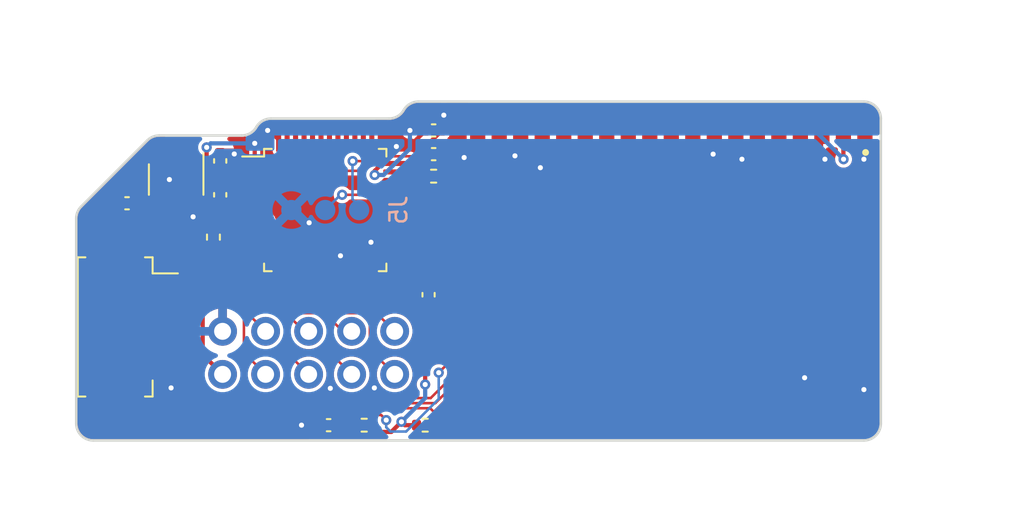
<source format=kicad_pcb>
(kicad_pcb (version 20241229) (generator "pcbnew") (generator_version "9.0")
  (layers (0 "F.Cu" signal) (2 "B.Cu" signal) (13 "F.Paste" user) (15 "B.Paste" user) (5 "F.SilkS" user "F.Silkscreen") (7 "B.SilkS" user "B.Silkscreen") (1 "F.Mask" user) (3 "B.Mask" user) (25 "Edge.Cuts" user))
  (net 0 "")
  (net 1 "Net-(U3-NRST)")
  (net 2 "Net-(U3-BOOT0)")
  (net 28 "GND")
  (net 29 "3V3")
  (net 30 "ESPEN")
  (net 31 "ESPRST")
  (net 32 "ESPRX")
  (net 35 "ESPTX")
  (net 36 "STMTX")
  (net 37 "STMRX")
  (net 38 "SWDIO")
  (net 39 "SWDCLK")
  (net 43 "5V")
  (net 68 "P0")
  (net 69 "P1")
  (net 70 "P2")
  (net 71 "P3")
  (net 72 "P4")
  (net 73 "P5")
  (net 74 "P6")
  (net 75 "P7")
  (footprint "Capacitor_SMD:C_0402_1005Metric" (layer "F.Cu") (at -37.5 -3)
    (property "Reference" "C2" (hide yes))
    (property "Value" "1uF")
    (fp_line (start -0.107836 -0.36) (end 0.107836 -0.36) (stroke (width 0.12)) (layer "F.SilkS"))
    (fp_line (start -0.107836 0.36) (end 0.107836 0.36) (stroke (width 0.12)) (layer "F.SilkS"))
    (pad "1" smd roundrect (at -0.48 0) (size 0.56 0.62) (layers "F.Cu" "F.Mask" "F.Paste") (net 43 "5V"))
    (pad "2" smd roundrect (at 0.48 0) (size 0.56 0.62) (layers "F.Cu" "F.Mask" "F.Paste") (net 28 "GND"))
  )
  (footprint "Capacitor_SMD:C_0402_1005Metric" (layer "F.Cu") (at -32 -3.5 -90)
    (property "Reference" "C3" (hide yes))
    (property "Value" "1uF")
    (fp_line (start -0.107836 0.36) (end 0.107836 0.36) (stroke (width 0.12)) (layer "F.SilkS"))
    (fp_line (start -0.107836 -0.36) (end 0.107836 -0.36) (stroke (width 0.12)) (layer "F.SilkS"))
    (pad "1" smd roundrect (at -0.48 0 270) (size 0.56 0.62) (layers "F.Cu" "F.Mask" "F.Paste") (net 29 "3V3"))
    (pad "2" smd roundrect (at 0.48 0 270) (size 0.56 0.62) (layers "F.Cu" "F.Mask" "F.Paste") (net 28 "GND"))
  )
  (footprint "Capacitor_SMD:C_0402_1005Metric" (layer "F.Cu") (at -19.7 2.4 -90)
    (property "Reference" "C5" (hide yes))
    (property "Value" "100nF")
    (fp_line (start -0.107836 0.36) (end 0.107836 0.36) (stroke (width 0.12)) (layer "F.SilkS"))
    (fp_line (start -0.107836 -0.36) (end 0.107836 -0.36) (stroke (width 0.12)) (layer "F.SilkS"))
    (pad "1" smd roundrect (at -0.48 0 270) (size 0.56 0.62) (layers "F.Cu" "F.Mask" "F.Paste") (net 29 "3V3"))
    (pad "2" smd roundrect (at 0.48 0 270) (size 0.56 0.62) (layers "F.Cu" "F.Mask" "F.Paste") (net 28 "GND"))
  )
  (footprint "Capacitor_SMD:C_0402_1005Metric" (layer "F.Cu") (at -32 -5.5 90)
    (property "Reference" "C8" (hide yes))
    (property "Value" "100nF")
    (fp_line (start -0.107836 -0.36) (end 0.107836 -0.36) (stroke (width 0.12)) (layer "F.SilkS"))
    (fp_line (start -0.107836 0.36) (end 0.107836 0.36) (stroke (width 0.12)) (layer "F.SilkS"))
    (pad "1" smd roundrect (at -0.48 0 90) (size 0.56 0.62) (layers "F.Cu" "F.Mask" "F.Paste") (net 29 "3V3"))
    (pad "2" smd roundrect (at 0.48 0 90) (size 0.56 0.62) (layers "F.Cu" "F.Mask" "F.Paste") (net 28 "GND"))
  )
  (footprint "Connector_PinHeader_2.54mm:PinHeader_2x05_P2.54mm_Vertical" (layer "F.Cu") (at -31.86 7.1 90)
    (property "Reference" "J1" (hide yes))
    (property "Value" "Conn_02x05_Odd_Even")
    (pad "1" thru_hole circle (at 0 0 90) (size 1.7 1.7) (drill 1) (layers "*.Cu" "*.Mask") (net 43 "5V"))
    (pad "2" thru_hole oval (at 2.54 0 90) (size 1.7 1.7) (drill 1) (layers "*.Cu" "*.Mask") (net 28 "GND"))
    (pad "3" thru_hole oval (at 0 2.54 90) (size 1.7 1.7) (drill 1) (layers "*.Cu" "*.Mask") (net 68 "P0"))
    (pad "4" thru_hole oval (at 2.54 2.54 90) (size 1.7 1.7) (drill 1) (layers "*.Cu" "*.Mask") (net 69 "P1"))
    (pad "5" thru_hole oval (at 0 5.08 90) (size 1.7 1.7) (drill 1) (layers "*.Cu" "*.Mask") (net 70 "P2"))
    (pad "6" thru_hole oval (at 2.54 5.08 90) (size 1.7 1.7) (drill 1) (layers "*.Cu" "*.Mask") (net 71 "P3"))
    (pad "7" thru_hole oval (at 0 7.62 90) (size 1.7 1.7) (drill 1) (layers "*.Cu" "*.Mask") (net 72 "P4"))
    (pad "8" thru_hole oval (at 2.54 7.62 90) (size 1.7 1.7) (drill 1) (layers "*.Cu" "*.Mask") (net 73 "P5"))
    (pad "9" thru_hole oval (at 0 10.16 90) (size 1.7 1.7) (drill 1) (layers "*.Cu" "*.Mask") (net 74 "P6"))
    (pad "10" thru_hole oval (at 2.54 10.16 90) (size 1.7 1.7) (drill 1) (layers "*.Cu" "*.Mask") (net 75 "P7"))
  )
  (footprint "Resistor_SMD:R_0402_1005Metric" (layer "F.Cu") (at -23.5 10.1 180)
    (property "Reference" "R5" (hide yes))
    (property "Value" "10k")
    (fp_line (start -0.153641 0.38) (end 0.153641 0.38) (stroke (width 0.12)) (layer "F.SilkS"))
    (fp_line (start -0.153641 -0.38) (end 0.153641 -0.38) (stroke (width 0.12)) (layer "F.SilkS"))
    (pad "1" smd roundrect (at -0.51 0 180) (size 0.54 0.64) (layers "F.Cu" "F.Mask" "F.Paste") (net 29 "3V3"))
    (pad "2" smd roundrect (at 0.51 0 180) (size 0.54 0.64) (layers "F.Cu" "F.Mask" "F.Paste") (net 30 "ESPEN"))
  )
  (footprint "Resistor_SMD:R_0402_1005Metric" (layer "F.Cu") (at -32.4 -1 -90)
    (property "Reference" "R6" (hide yes))
    (property "Value" "10k")
    (fp_line (start -0.153641 0.38) (end 0.153641 0.38) (stroke (width 0.12)) (layer "F.SilkS"))
    (fp_line (start -0.153641 -0.38) (end 0.153641 -0.38) (stroke (width 0.12)) (layer "F.SilkS"))
    (pad "1" smd roundrect (at -0.51 0 270) (size 0.54 0.64) (layers "F.Cu" "F.Mask" "F.Paste") (net 1 "Net-(U3-NRST)"))
    (pad "2" smd roundrect (at 0.51 0 270) (size 0.54 0.64) (layers "F.Cu" "F.Mask" "F.Paste") (net 29 "3V3"))
  )
  (footprint "Resistor_SMD:R_0402_1005Metric" (layer "F.Cu") (at -19.9 10.1)
    (property "Reference" "R11" (hide yes))
    (property "Value" "10k")
    (fp_line (start -0.153641 -0.38) (end 0.153641 -0.38) (stroke (width 0.12)) (layer "F.SilkS"))
    (fp_line (start -0.153641 0.38) (end 0.153641 0.38) (stroke (width 0.12)) (layer "F.SilkS"))
    (pad "1" smd roundrect (at -0.51 0) (size 0.54 0.64) (layers "F.Cu" "F.Mask" "F.Paste") (net 29 "3V3"))
    (pad "2" smd roundrect (at 0.51 0) (size 0.54 0.64) (layers "F.Cu" "F.Mask" "F.Paste") (net 31 "ESPRST"))
  )
  (footprint "Package_TO_SOT_SMD:SOT-23-5" (layer "F.Cu") (at -34.6 -4.4 -90)
    (property "Reference" "U2" (hide yes))
    (property "Value" "AP2112K-3.3")
    (fp_line (start -0.9 1.61) (end 0.9 1.61) (stroke (width 0.12)) (layer "F.SilkS"))
    (fp_line (start 0.9 -1.61) (end -1.55 -1.61) (stroke (width 0.12)) (layer "F.SilkS"))
    (pad "1" smd rect (at -1.1 -0.95 270) (size 1.06 0.65) (layers "F.Cu" "F.Mask" "F.Paste") (net 43 "5V"))
    (pad "2" smd rect (at -1.1 0 270) (size 1.06 0.65) (layers "F.Cu" "F.Mask" "F.Paste") (net 28 "GND"))
    (pad "3" smd rect (at -1.1 0.95 270) (size 1.06 0.65) (layers "F.Cu" "F.Mask" "F.Paste") (net 43 "5V"))
    (pad "4" smd rect (at 1.1 0.95 270) (size 1.06 0.65) (layers "F.Cu" "F.Mask" "F.Paste"))
    (pad "5" smd rect (at 1.1 -0.95 270) (size 1.06 0.65) (layers "F.Cu" "F.Mask" "F.Paste") (net 29 "3V3"))
  )
  (footprint "esp32-wrover:XCVR_ESP32-WROVER" (layer "F.Cu") (at -2.2 1 -90)
    (property "Reference" "U1" (hide yes))
    (property "Value" "ESP32-WROVER")
    (fp_circle (center -7 -8.3) (end -6.9 -8.3) (stroke (width 0.2)) (fill no) (layer "F.SilkS"))
    (pad "1" smd rect (at -8.500001 -8.26 270) (size 2 0.9) (layers "F.Cu" "F.Mask" "F.Paste") (net 28 "GND"))
    (pad "2" smd rect (at -8.5 -6.99 270) (size 2 0.9) (layers "F.Cu" "F.Mask" "F.Paste") (net 29 "3V3"))
    (pad "3" smd rect (at -8.5 -5.72 270) (size 2 0.9) (layers "F.Cu" "F.Mask" "F.Paste") (net 30 "ESPEN"))
    (pad "4" smd rect (at -8.5 -4.45 270) (size 2 0.9) (layers "F.Cu" "F.Mask" "F.Paste"))
    (pad "5" smd rect (at -8.5 -3.18 270) (size 2 0.9) (layers "F.Cu" "F.Mask" "F.Paste"))
    (pad "6" smd rect (at -8.500001 -1.91 270) (size 2 0.9) (layers "F.Cu" "F.Mask" "F.Paste"))
    (pad "7" smd rect (at -8.5 -0.64 270) (size 2 0.9) (layers "F.Cu" "F.Mask" "F.Paste") (net 36 "STMTX"))
    (pad "8" smd rect (at -8.5 0.63 270) (size 2 0.9) (layers "F.Cu" "F.Mask" "F.Paste"))
    (pad "9" smd rect (at -8.500001 1.9 270) (size 2 0.9) (layers "F.Cu" "F.Mask" "F.Paste"))
    (pad "10" smd rect (at -8.5 3.17 270) (size 2 0.9) (layers "F.Cu" "F.Mask" "F.Paste"))
    (pad "11" smd rect (at -8.500001 4.44 270) (size 2 0.9) (layers "F.Cu" "F.Mask" "F.Paste"))
    (pad "12" smd rect (at -8.5 5.71 270) (size 2 0.9) (layers "F.Cu" "F.Mask" "F.Paste"))
    (pad "13" smd rect (at -8.5 6.98 270) (size 2 0.9) (layers "F.Cu" "F.Mask" "F.Paste"))
    (pad "14" smd rect (at -8.500001 8.25 270) (size 2 0.9) (layers "F.Cu" "F.Mask" "F.Paste"))
    (pad "15" smd rect (at -8.5 9.52 270) (size 2 0.9) (layers "F.Cu" "F.Mask" "F.Paste") (net 28 "GND"))
    (pad "16" smd rect (at -8.5 10.79 270) (size 2 0.9) (layers "F.Cu" "F.Mask" "F.Paste") (net 37 "STMRX"))
    (pad "17" smd rect (at -8.5 12.06 270) (size 2 0.9) (layers "F.Cu" "F.Mask" "F.Paste"))
    (pad "18" smd rect (at -8.5 13.33 270) (size 2 0.9) (layers "F.Cu" "F.Mask" "F.Paste"))
    (pad "19" smd rect (at -8.500001 14.6 270) (size 2 0.9) (layers "F.Cu" "F.Mask" "F.Paste"))
    (pad "20" smd rect (at 8.5 14.600001 270) (size 2 0.9) (layers "F.Cu" "F.Mask" "F.Paste"))
    (pad "21" smd rect (at 8.499999 13.329999 270) (size 2 0.9) (layers "F.Cu" "F.Mask" "F.Paste"))
    (pad "22" smd rect (at 8.500001 12.059999 270) (size 2 0.9) (layers "F.Cu" "F.Mask" "F.Paste"))
    (pad "23" smd rect (at 8.5 10.79 270) (size 2 0.9) (layers "F.Cu" "F.Mask" "F.Paste"))
    (pad "24" smd rect (at 8.5 9.52 270) (size 2 0.9) (layers "F.Cu" "F.Mask" "F.Paste"))
    (pad "25" smd rect (at 8.500001 8.25 270) (size 2 0.9) (layers "F.Cu" "F.Mask" "F.Paste") (net 31 "ESPRST"))
    (pad "26" smd rect (at 8.5 6.98 270) (size 2 0.9) (layers "F.Cu" "F.Mask" "F.Paste"))
    (pad "27" smd rect (at 8.5 5.71 270) (size 2 0.9) (layers "F.Cu" "F.Mask" "F.Paste"))
    (pad "28" smd rect (at 8.500001 4.44 270) (size 2 0.9) (layers "F.Cu" "F.Mask" "F.Paste"))
    (pad "29" smd rect (at 8.5 3.17 270) (size 2 0.9) (layers "F.Cu" "F.Mask" "F.Paste"))
    (pad "30" smd rect (at 8.500001 1.9 270) (size 2 0.9) (layers "F.Cu" "F.Mask" "F.Paste"))
    (pad "31" smd rect (at 8.5 0.63 270) (size 2 0.9) (layers "F.Cu" "F.Mask" "F.Paste"))
    (pad "32" smd rect (at 8.5 -0.64 270) (size 2 0.9) (layers "F.Cu" "F.Mask" "F.Paste"))
    (pad "33" smd rect (at 8.500001 -1.91 270) (size 2 0.9) (layers "F.Cu" "F.Mask" "F.Paste"))
    (pad "34" smd rect (at 8.5 -3.18 270) (size 2 0.9) (layers "F.Cu" "F.Mask" "F.Paste") (net 32 "ESPRX"))
    (pad "35" smd rect (at 8.5 -4.45 270) (size 2 0.9) (layers "F.Cu" "F.Mask" "F.Paste") (net 35 "ESPTX"))
    (pad "36" smd rect (at 8.5 -5.72 270) (size 2 0.9) (layers "F.Cu" "F.Mask" "F.Paste"))
    (pad "37" smd rect (at 8.5 -6.99 270) (size 2 0.9) (layers "F.Cu" "F.Mask" "F.Paste"))
    (pad "38" smd rect (at 8.500001 -8.26 270) (size 2 0.9) (layers "F.Cu" "F.Mask" "F.Paste") (net 28 "GND"))
    (pad "39" smd rect (at -1 -0.76 270) (size 5 5) (layers "F.Cu" "F.Mask") (net 28 "GND"))
  )
  (footprint "Capacitor_SMD:C_0402_1005Metric" (layer "F.Cu") (at -19.4 -5.9)
    (property "Reference" "C9" (hide yes))
    (property "Value" "1uF")
    (fp_line (start -0.107836 -0.36) (end 0.107836 -0.36) (stroke (width 0.12)) (layer "F.SilkS"))
    (fp_line (start -0.107836 0.36) (end 0.107836 0.36) (stroke (width 0.12)) (layer "F.SilkS"))
    (pad "1" smd roundrect (at -0.48 0) (size 0.56 0.62) (layers "F.Cu" "F.Mask" "F.Paste") (net 29 "3V3"))
    (pad "2" smd roundrect (at 0.48 0) (size 0.56 0.62) (layers "F.Cu" "F.Mask" "F.Paste") (net 28 "GND"))
  )
  (footprint "Capacitor_SMD:C_0402_1005Metric" (layer "F.Cu") (at -19.4 -7.3 180)
    (property "Reference" "C10" (hide yes))
    (property "Value" "1uF")
    (fp_line (start -0.107836 0.36) (end 0.107836 0.36) (stroke (width 0.12)) (layer "F.SilkS"))
    (fp_line (start -0.107836 -0.36) (end 0.107836 -0.36) (stroke (width 0.12)) (layer "F.SilkS"))
    (pad "1" smd roundrect (at -0.48 0 180) (size 0.56 0.62) (layers "F.Cu" "F.Mask" "F.Paste") (net 29 "3V3"))
    (pad "2" smd roundrect (at 0.48 0 180) (size 0.56 0.62) (layers "F.Cu" "F.Mask" "F.Paste") (net 28 "GND"))
  )
  (footprint "Capacitor_SMD:C_0402_1005Metric" (layer "F.Cu") (at -25.6 10.1 180)
    (property "Reference" "C7" (hide yes))
    (property "Value" "1uF")
    (fp_line (start -0.107836 0.36) (end 0.107836 0.36) (stroke (width 0.12)) (layer "F.SilkS"))
    (fp_line (start -0.107836 -0.36) (end 0.107836 -0.36) (stroke (width 0.12)) (layer "F.SilkS"))
    (pad "1" smd roundrect (at -0.48 0 180) (size 0.56 0.62) (layers "F.Cu" "F.Mask" "F.Paste") (net 30 "ESPEN"))
    (pad "2" smd roundrect (at 0.48 0 180) (size 0.56 0.62) (layers "F.Cu" "F.Mask" "F.Paste") (net 28 "GND"))
  )
  (footprint "Resistor_SMD:R_0402_1005Metric" (layer "F.Cu") (at -19.4 -4.6)
    (property "Reference" "R7" (hide yes))
    (property "Value" "10k")
    (fp_line (start -0.153641 -0.38) (end 0.153641 -0.38) (stroke (width 0.12)) (layer "F.SilkS"))
    (fp_line (start -0.153641 0.38) (end 0.153641 0.38) (stroke (width 0.12)) (layer "F.SilkS"))
    (pad "1" smd roundrect (at -0.51 0) (size 0.54 0.64) (layers "F.Cu" "F.Mask" "F.Paste") (net 2 "Net-(U3-BOOT0)"))
    (pad "2" smd roundrect (at 0.51 0) (size 0.54 0.64) (layers "F.Cu" "F.Mask" "F.Paste") (net 28 "GND"))
  )
  (footprint "Package_QFP:LQFP-48_7x7mm_P0.5mm" (layer "F.Cu") (at -25.8 -2.6)
    (property "Reference" "U3" (hide yes))
    (property "Value" "STM32F030C8Tx")
    (fp_line (start -3.61 -3.61) (end -3.61 -3.16) (stroke (width 0.12)) (layer "F.SilkS"))
    (fp_line (start -3.61 -3.16) (end -4.9 -3.16) (stroke (width 0.12)) (layer "F.SilkS"))
    (fp_line (start -3.61 3.61) (end -3.61 3.16) (stroke (width 0.12)) (layer "F.SilkS"))
    (fp_line (start -3.16 -3.61) (end -3.61 -3.61) (stroke (width 0.12)) (layer "F.SilkS"))
    (fp_line (start -3.16 3.61) (end -3.61 3.61) (stroke (width 0.12)) (layer "F.SilkS"))
    (fp_line (start 3.16 -3.61) (end 3.61 -3.61) (stroke (width 0.12)) (layer "F.SilkS"))
    (fp_line (start 3.16 3.61) (end 3.61 3.61) (stroke (width 0.12)) (layer "F.SilkS"))
    (fp_line (start 3.61 -3.61) (end 3.61 -3.16) (stroke (width 0.12)) (layer "F.SilkS"))
    (fp_line (start 3.61 3.61) (end 3.61 3.16) (stroke (width 0.12)) (layer "F.SilkS"))
    (pad "1" smd roundrect (at -4.1625 -2.75) (size 1.475 0.3) (layers "F.Cu" "F.Mask" "F.Paste") (net 29 "3V3"))
    (pad "2" smd roundrect (at -4.1625 -2.25) (size 1.475 0.3) (layers "F.Cu" "F.Mask" "F.Paste"))
    (pad "3" smd roundrect (at -4.1625 -1.75) (size 1.475 0.3) (layers "F.Cu" "F.Mask" "F.Paste"))
    (pad "4" smd roundrect (at -4.1625 -1.25) (size 1.475 0.3) (layers "F.Cu" "F.Mask" "F.Paste"))
    (pad "5" smd roundrect (at -4.1625 -0.75) (size 1.475 0.3) (layers "F.Cu" "F.Mask" "F.Paste"))
    (pad "6" smd roundrect (at -4.1625 -0.25) (size 1.475 0.3) (layers "F.Cu" "F.Mask" "F.Paste"))
    (pad "7" smd roundrect (at -4.1625 0.25) (size 1.475 0.3) (layers "F.Cu" "F.Mask" "F.Paste") (net 1 "Net-(U3-NRST)"))
    (pad "8" smd roundrect (at -4.1625 0.75) (size 1.475 0.3) (layers "F.Cu" "F.Mask" "F.Paste") (net 28 "GND"))
    (pad "9" smd roundrect (at -4.1625 1.25) (size 1.475 0.3) (layers "F.Cu" "F.Mask" "F.Paste") (net 29 "3V3"))
    (pad "10" smd roundrect (at -4.1625 1.75) (size 1.475 0.3) (layers "F.Cu" "F.Mask" "F.Paste") (net 68 "P0"))
    (pad "11" smd roundrect (at -4.1625 2.25) (size 1.475 0.3) (layers "F.Cu" "F.Mask" "F.Paste") (net 69 "P1"))
    (pad "12" smd roundrect (at -4.1625 2.75) (size 1.475 0.3) (layers "F.Cu" "F.Mask" "F.Paste") (net 70 "P2"))
    (pad "13" smd roundrect (at -2.75 4.1625) (size 0.3 1.475) (layers "F.Cu" "F.Mask" "F.Paste") (net 71 "P3"))
    (pad "14" smd roundrect (at -2.25 4.1625) (size 0.3 1.475) (layers "F.Cu" "F.Mask" "F.Paste") (net 72 "P4"))
    (pad "15" smd roundrect (at -1.75 4.1625) (size 0.3 1.475) (layers "F.Cu" "F.Mask" "F.Paste") (net 73 "P5"))
    (pad "16" smd roundrect (at -1.25 4.1625) (size 0.3 1.475) (layers "F.Cu" "F.Mask" "F.Paste") (net 74 "P6"))
    (pad "17" smd roundrect (at -0.75 4.1625) (size 0.3 1.475) (layers "F.Cu" "F.Mask" "F.Paste") (net 75 "P7"))
    (pad "18" smd roundrect (at -0.25 4.1625) (size 0.3 1.475) (layers "F.Cu" "F.Mask" "F.Paste"))
    (pad "19" smd roundrect (at 0.25 4.1625) (size 0.3 1.475) (layers "F.Cu" "F.Mask" "F.Paste"))
    (pad "20" smd roundrect (at 0.75 4.1625) (size 0.3 1.475) (layers "F.Cu" "F.Mask" "F.Paste"))
    (pad "21" smd roundrect (at 1.25 4.1625) (size 0.3 1.475) (layers "F.Cu" "F.Mask" "F.Paste"))
    (pad "22" smd roundrect (at 1.75 4.1625) (size 0.3 1.475) (layers "F.Cu" "F.Mask" "F.Paste"))
    (pad "23" smd roundrect (at 2.25 4.1625) (size 0.3 1.475) (layers "F.Cu" "F.Mask" "F.Paste") (net 28 "GND"))
    (pad "24" smd roundrect (at 2.75 4.1625) (size 0.3 1.475) (layers "F.Cu" "F.Mask" "F.Paste") (net 29 "3V3"))
    (pad "25" smd roundrect (at 4.1625 2.75) (size 1.475 0.3) (layers "F.Cu" "F.Mask" "F.Paste"))
    (pad "26" smd roundrect (at 4.1625 2.25) (size 1.475 0.3) (layers "F.Cu" "F.Mask" "F.Paste"))
    (pad "27" smd roundrect (at 4.1625 1.75) (size 1.475 0.3) (layers "F.Cu" "F.Mask" "F.Paste"))
    (pad "28" smd roundrect (at 4.1625 1.25) (size 1.475 0.3) (layers "F.Cu" "F.Mask" "F.Paste"))
    (pad "29" smd roundrect (at 4.1625 0.75) (size 1.475 0.3) (layers "F.Cu" "F.Mask" "F.Paste"))
    (pad "30" smd roundrect (at 4.1625 0.25) (size 1.475 0.3) (layers "F.Cu" "F.Mask" "F.Paste") (net 36 "STMTX"))
    (pad "31" smd roundrect (at 4.1625 -0.25) (size 1.475 0.3) (layers "F.Cu" "F.Mask" "F.Paste") (net 37 "STMRX"))
    (pad "32" smd roundrect (at 4.1625 -0.75) (size 1.475 0.3) (layers "F.Cu" "F.Mask" "F.Paste"))
    (pad "33" smd roundrect (at 4.1625 -1.25) (size 1.475 0.3) (layers "F.Cu" "F.Mask" "F.Paste"))
    (pad "34" smd roundrect (at 4.1625 -1.75) (size 1.475 0.3) (layers "F.Cu" "F.Mask" "F.Paste") (net 38 "SWDIO"))
    (pad "35" smd roundrect (at 4.1625 -2.25) (size 1.475 0.3) (layers "F.Cu" "F.Mask" "F.Paste") (net 28 "GND"))
    (pad "36" smd roundrect (at 4.1625 -2.75) (size 1.475 0.3) (layers "F.Cu" "F.Mask" "F.Paste") (net 29 "3V3"))
    (pad "37" smd roundrect (at 2.75 -4.1625) (size 0.3 1.475) (layers "F.Cu" "F.Mask" "F.Paste") (net 39 "SWDCLK"))
    (pad "38" smd roundrect (at 2.25 -4.1625) (size 0.3 1.475) (layers "F.Cu" "F.Mask" "F.Paste"))
    (pad "39" smd roundrect (at 1.75 -4.1625) (size 0.3 1.475) (layers "F.Cu" "F.Mask" "F.Paste"))
    (pad "40" smd roundrect (at 1.25 -4.1625) (size 0.3 1.475) (layers "F.Cu" "F.Mask" "F.Paste"))
    (pad "41" smd roundrect (at 0.75 -4.1625) (size 0.3 1.475) (layers "F.Cu" "F.Mask" "F.Paste"))
    (pad "42" smd roundrect (at 0.25 -4.1625) (size 0.3 1.475) (layers "F.Cu" "F.Mask" "F.Paste"))
    (pad "43" smd roundrect (at -0.25 -4.1625) (size 0.3 1.475) (layers "F.Cu" "F.Mask" "F.Paste"))
    (pad "44" smd roundrect (at -0.75 -4.1625) (size 0.3 1.475) (layers "F.Cu" "F.Mask" "F.Paste") (net 2 "Net-(U3-BOOT0)"))
    (pad "45" smd roundrect (at -1.25 -4.1625) (size 0.3 1.475) (layers "F.Cu" "F.Mask" "F.Paste"))
    (pad "46" smd roundrect (at -1.75 -4.1625) (size 0.3 1.475) (layers "F.Cu" "F.Mask" "F.Paste"))
    (pad "47" smd roundrect (at -2.25 -4.1625) (size 0.3 1.475) (layers "F.Cu" "F.Mask" "F.Paste") (net 28 "GND"))
    (pad "48" smd roundrect (at -2.75 -4.1625) (size 0.3 1.475) (layers "F.Cu" "F.Mask" "F.Paste") (net 29 "3V3"))
  )
  (footprint "Connector_Molex:Molex_PicoBlade_53261-0571_1x05-1MP_P1.25mm_Horizontal" (layer "F.Cu") (at -37.7 4.3 -90)
    (property "Reference" "J2" (hide yes))
    (property "Value" "Conn_01x05_Male")
    (fp_line (start -4.11 2.71) (end 4.11 2.71) (stroke (width 0.12)) (layer "F.SilkS"))
    (fp_line (start 4.11 2.71) (end 4.11 2.26) (stroke (width 0.12)) (layer "F.SilkS"))
    (fp_line (start -4.11 2.26) (end -4.11 2.71) (stroke (width 0.12)) (layer "F.SilkS"))
    (fp_line (start -4.11 -1.26) (end -4.11 -1.71) (stroke (width 0.12)) (layer "F.SilkS"))
    (fp_line (start 4.11 -1.26) (end 4.11 -1.71) (stroke (width 0.12)) (layer "F.SilkS"))
    (fp_line (start -4.11 -1.71) (end -3.16 -1.71) (stroke (width 0.12)) (layer "F.SilkS"))
    (fp_line (start -3.16 -1.71) (end -3.16 -3.2) (stroke (width 0.12)) (layer "F.SilkS"))
    (fp_line (start 4.11 -1.71) (end 3.16 -1.71) (stroke (width 0.12)) (layer "F.SilkS"))
    (pad "1" smd roundrect (at -2.5 -2.4 270) (size 0.8 1.6) (layers "F.Cu" "F.Mask" "F.Paste") (net 35 "ESPTX"))
    (pad "2" smd roundrect (at -1.25 -2.4 270) (size 0.8 1.6) (layers "F.Cu" "F.Mask" "F.Paste") (net 32 "ESPRX"))
    (pad "3" smd roundrect (at 0 -2.4 270) (size 0.8 1.6) (layers "F.Cu" "F.Mask" "F.Paste") (net 30 "ESPEN"))
    (pad "4" smd roundrect (at 1.25 -2.4 270) (size 0.8 1.6) (layers "F.Cu" "F.Mask" "F.Paste") (net 31 "ESPRST"))
    (pad "5" smd roundrect (at 2.5 -2.4 270) (size 0.8 1.6) (layers "F.Cu" "F.Mask" "F.Paste") (net 28 "GND"))
    (pad "MP" smd roundrect (at -5.05 0.5 270) (size 2.1 3) (layers "F.Cu" "F.Mask" "F.Paste") (roundrect_rratio 0.119047619))
    (pad "MP" smd roundrect (at 5.05 0.5 270) (size 2.1 3) (layers "F.Cu" "F.Mask" "F.Paste") (roundrect_rratio 0.119047619))
  )
  (footprint "Connector_PinHeader_2.54mm:PinHeader_1x03_P2.54mm_Vertical" (layer "B.Cu") (at -23.8 -2.6 90)
    (property "Reference" "J5" (at 0 2.33 90) (layer "B.SilkS") (effects (justify mirror)))
    (property "Value" "Conn_01x03_Male")
    (pad "1" smd circle (at 0 0 90) (size 1.2 1.2) (layers "B.Cu" "B.Mask" "B.Paste") (net 39 "SWDCLK"))
    (pad "2" smd circle (at 0 -2 90) (size 1.2 1.2) (layers "B.Cu" "B.Mask" "B.Paste") (net 38 "SWDIO"))
    (pad "3" smd circle (at 0 -4 90) (size 1.2 1.2) (layers "B.Cu" "B.Mask" "B.Paste") (net 28 "GND"))
  )
  (gr_line (start 6 11) (end -39.5 11) (stroke (width 0.15)) (layer "Edge.Cuts"))
  (gr_arc (start 6 -9) (mid 6.707107 -8.707107) (end 7 -8) (stroke (width 0.15)) (layer "Edge.Cuts"))
  (gr_arc (start -21.166025 -8.5) (mid -20.8 -8.866025) (end -20.3 -9) (stroke (width 0.15)) (layer "Edge.Cuts"))
  (gr_arc (start -39.5 11) (mid -40.207107 10.707107) (end -40.5 10) (stroke (width 0.15)) (layer "Edge.Cuts"))
  (gr_line (start 7 -8) (end 7 10) (stroke (width 0.15)) (layer "Edge.Cuts"))
  (gr_arc (start -21.166025 -8.5) (mid -21.53205 -8.133975) (end -22.03205 -8) (stroke (width 0.15)) (layer "Edge.Cuts"))
  (gr_arc (start -29.866025 -7.5) (mid -29.5 -7.866025) (end -29 -8) (stroke (width 0.15)) (layer "Edge.Cuts"))
  (gr_arc (start -29.866025 -7.5) (mid -30.23205 -7.133975) (end -30.73205 -7) (stroke (width 0.15)) (layer "Edge.Cuts"))
  (gr_arc (start -36.307107 -6.707107) (mid -35.982684 -6.92388) (end -35.6 -7) (stroke (width 0.15)) (layer "Edge.Cuts"))
  (gr_arc (start -40.5 -2.1) (mid -40.42388 -2.482683) (end -40.207107 -2.807107) (stroke (width 0.15)) (layer "Edge.Cuts"))
  (gr_arc (start 7 10) (mid 6.707107 10.707107) (end 6 11) (stroke (width 0.15)) (layer "Edge.Cuts"))
  (gr_line (start -30.73205 -7) (end -35.6 -7) (stroke (width 0.15)) (layer "Edge.Cuts"))
  (gr_line (start -36.307107 -6.707107) (end -40.207107 -2.807107) (stroke (width 0.15)) (layer "Edge.Cuts"))
  (gr_line (start -40.5 10) (end -40.5 -2.1) (stroke (width 0.15)) (layer "Edge.Cuts"))
  (gr_line (start -22.03205 -8) (end -29 -8) (stroke (width 0.15)) (layer "Edge.Cuts"))
  (gr_line (start -20.3 -9) (end 6 -9) (stroke (width 0.15)) (layer "Edge.Cuts"))
  (segment (start -29.9625 -2.35) (end -30.95 -2.35) (width 0.15) (layer "F.Cu") (net 1))
  (segment (start -31.79 -1.51) (end -32.4 -1.51) (width 0.15) (layer "F.Cu") (net 1))
  (segment (start -30.95 -2.35) (end -31.79 -1.51) (width 0.15) (layer "F.Cu") (net 1))
  (segment (start -32.24 -1.51) (end -32.4 -1.51) (width 0.15) (layer "F.Cu") (net 1))
  (segment (start -19.91 -4.92) (end -20.76501 -5.77501) (width 0.15) (layer "F.Cu") (net 2))
  (segment (start -20.76501 -5.77501) (end -22.60499 -5.77501) (width 0.15) (layer "F.Cu") (net 2))
  (segment (start -23.465001 -4.914999) (end -25.439999 -4.914999) (width 0.15) (layer "F.Cu") (net 2))
  (segment (start -19.91 -4.6) (end -19.91 -4.92) (width 0.15) (layer "F.Cu") (net 2))
  (segment (start -25.439999 -4.914999) (end -26.55 -6.025) (width 0.15) (layer "F.Cu") (net 2))
  (segment (start -26.55 -6.025) (end -26.55 -6.7625) (width 0.15) (layer "F.Cu") (net 2))
  (segment (start -22.60499 -5.77501) (end -23.465001 -4.914999) (width 0.15) (layer "F.Cu") (net 2))
  (segment (start -26.75 -1.85) (end -29.9625 -1.85) (width 0.25) (layer "F.Cu") (net 28))
  (segment (start -28.05 -6.7625) (end -28.05 -5.65) (width 0.25) (layer "F.Cu") (net 28))
  (segment (start -28.05 -4.95) (end -28.05 -3.15) (width 0.25) (layer "F.Cu") (net 28))
  (segment (start -23.55 0.759298) (end -24.209298 0.1) (width 0.25) (layer "F.Cu") (net 28))
  (segment (start -28.05 -3.15) (end -26.75 -1.85) (width 0.25) (layer "F.Cu") (net 28))
  (segment (start -24.209298 0.1) (end -24.9 0.1) (width 0.25) (layer "F.Cu") (net 28))
  (segment (start -26.159298 -1.85) (end -26.75 -1.85) (width 0.25) (layer "F.Cu") (net 28))
  (segment (start -28.05 -5.65) (end -28.05 -4.95) (width 0.25) (layer "F.Cu") (net 28))
  (segment (start -23.55 1.5625) (end -23.55 0.759298) (width 0.25) (layer "F.Cu") (net 28))
  (segment (start -36.365 -3.965) (end -35.93 -4.4) (width 0.25) (layer "F.Cu") (net 28))
  (segment (start -32.496964 -3.02) (end -33.316964 -2.2) (width 0.25) (layer "F.Cu") (net 28))
  (segment (start -18.89 -3.76) (end -18.89 -4.6) (width 0.25) (layer "F.Cu") (net 28))
  (segment (start -33.316964 -2.2) (end -33.6 -2.2) (width 0.25) (layer "F.Cu") (net 28))
  (segment (start -19.11 -3.54) (end -18.89 -3.76) (width 0.25) (layer "F.Cu") (net 28))
  (segment (start -35.93 -4.4) (end -35 -4.4) (width 0.25) (layer "F.Cu") (net 28))
  (segment (start -32 -3.02) (end -32.496964 -3.02) (width 0.25) (layer "F.Cu") (net 28))
  (segment (start -37.02 -3) (end -37.02 -3.31) (width 0.25) (layer "F.Cu") (net 28))
  (segment (start -17.8 -5.9) (end -17.6 -5.7) (width 0.25) (layer "F.Cu") (net 28))
  (segment (start -35.890002 -2.2) (end -36.365 -2.674998) (width 0.25) (layer "F.Cu") (net 28))
  (segment (start -21.6375 -4.85) (end -20.834298 -4.85) (width 0.25) (layer "F.Cu") (net 28))
  (segment (start -35.3 7.5) (end -34.9 7.9) (width 0.25) (layer "F.Cu") (net 28))
  (segment (start -26.1 10.1) (end -27.2 10.1) (width 0.25) (layer "F.Cu") (net 28))
  (segment (start -19.95499 2.62501) (end -23.290692 2.62501) (width 0.25) (layer "F.Cu") (net 28))
  (segment (start -19.7 2.88) (end -19.95499 2.62501) (width 0.25) (layer "F.Cu") (net 28))
  (segment (start -18.92 -5.9) (end -17.8 -5.9) (width 0.25) (layer "F.Cu") (net 28))
  (segment (start -19.88 -7.3) (end -20.82998 -6.35002) (width 0.25) (layer "F.Cu") (net 28))
  (segment (start -23.290692 2.62501) (end -23.55 2.365702) (width 0.25) (layer "F.Cu") (net 28))
  (segment (start -35.3 6.8) (end -35.3 7.5) (width 0.25) (layer "F.Cu") (net 28))
  (segment (start -33.6 -2.2) (end -35.890002 -2.2) (width 0.25) (layer "F.Cu") (net 28))
  (segment (start 6.06 8.06) (end 6 8) (width 0.25) (layer "F.Cu") (net 28))
  (segment (start -37.02 -3.31) (end -36.365 -3.965) (width 0.25) (layer "F.Cu") (net 28))
  (segment (start -20.50501 -4.224456) (end -19.820554 -3.54) (width 0.25) (layer "F.Cu") (net 28))
  (segment (start -20.82998 -6.35002) (end -21.6 -6.35002) (width 0.25) (layer "F.Cu") (net 28))
  (segment (start -23.55 2.365702) (end -23.55 1.5625) (width 0.25) (layer "F.Cu") (net 28))
  (segment (start -19.820554 -3.54) (end -19.11 -3.54) (width 0.25) (layer "F.Cu") (net 28))
  (segment (start -36.365 -2.674998) (end -36.365 -3.965) (width 0.25) (layer "F.Cu") (net 28))
  (segment (start 6.06 9.500001) (end 6.06 8.06) (width 0.25) (layer "F.Cu") (net 28))
  (segment (start -20.50501 -4.520712) (end -20.50501 -4.224456) (width 0.25) (layer "F.Cu") (net 28))
  (segment (start -20.834298 -4.85) (end -20.50501 -4.520712) (width 0.25) (layer "F.Cu") (net 28))
  (via (at 2.5 7.3) (size 0.6) (drill 0.3) (layers "F.Cu" "B.Cu") (net 28))
  (via (at 3.7 -5.6) (size 0.6) (drill 0.3) (layers "F.Cu" "B.Cu") (net 28))
  (via (at 6 -5.6) (size 0.6) (drill 0.3) (layers "F.Cu" "B.Cu") (net 28))
  (via (at -1.2 -5.6) (size 0.6) (drill 0.3) (layers "F.Cu" "B.Cu") (net 28))
  (via (at -2.9 -5.9) (size 0.6) (drill 0.3) (layers "F.Cu" "B.Cu") (net 28))
  (via (at -14.6 -5.8) (size 0.6) (drill 0.3) (layers "F.Cu" "B.Cu") (net 28))
  (via (at -13.1 -5.1) (size 0.6) (drill 0.3) (layers "F.Cu" "B.Cu") (net 28))
  (via (at -22.9 7.9) (size 0.6) (drill 0.3) (layers "F.Cu" "B.Cu") (net 28))
  (via (at -35 -4.4) (size 0.6) (drill 0.3) (layers "F.Cu" "B.Cu") (net 28))
  (via (at -33.6 -2.2) (size 0.6) (drill 0.3) (layers "F.Cu" "B.Cu") (net 28))
  (via (at -26.75 -1.85) (size 0.6) (drill 0.3) (layers "F.Cu" "B.Cu") (net 28))
  (via (at -23.1 -0.7) (size 0.6) (drill 0.3) (layers "F.Cu" "B.Cu") (net 28))
  (via (at -24.9 0.1) (size 0.6) (drill 0.3) (layers "F.Cu" "B.Cu") (net 28))
  (via (at -31.17 -5.91) (size 0.6) (drill 0.3) (layers "F.Cu" "B.Cu") (net 28))
  (via (at -17.6 -5.7) (size 0.6) (drill 0.3) (layers "F.Cu" "B.Cu") (net 28))
  (via (at -21.6 -6.35002) (size 0.6) (drill 0.3) (layers "F.Cu" "B.Cu") (net 28))
  (via (at -25.5 7.924989) (size 0.6) (drill 0.3) (layers "F.Cu" "B.Cu") (net 28))
  (via (at -27.2 10.1) (size 0.6) (drill 0.3) (layers "F.Cu" "B.Cu") (net 28))
  (via (at -34.9 7.9) (size 0.6) (drill 0.3) (layers "F.Cu" "B.Cu") (net 28))
  (via (at 6 8) (size 0.6) (drill 0.3) (layers "F.Cu" "B.Cu") (net 28))
  (segment (start -27.8 -2.6) (end -27.5 -2.6) (width 0.25) (layer "B.Cu") (net 28))
  (segment (start -27.5 -2.6) (end -26.75 -1.85) (width 0.25) (layer "B.Cu") (net 28))
  (segment (start -27.2 9.624989) (end -27.2 10.1) (width 0.25) (layer "B.Cu") (net 28))
  (segment (start -25.5 7.924989) (end -27.2 9.624989) (width 0.25) (layer "B.Cu") (net 28))
  (segment (start -24.3 -0.7) (end -28.054649 -0.7) (width 0.25) (layer "F.Cu") (net 29))
  (segment (start -23.05 1.5625) (end -23.05 0.55) (width 0.25) (layer "F.Cu") (net 29))
  (segment (start -23.05 0.55) (end -24.3 -0.7) (width 0.25) (layer "F.Cu") (net 29))
  (segment (start -28.054649 -0.7) (end -28.704649 -1.35) (width 0.25) (layer "F.Cu") (net 29))
  (segment (start -28.704649 -1.35) (end -29.9625 -1.35) (width 0.25) (layer "F.Cu") (net 29))
  (segment (start -32.4 -0.49) (end -32.2 -0.49) (width 0.25) (layer "F.Cu") (net 29))
  (segment (start -31.89499 -2.10501) (end -31.1 -2.9) (width 0.25) (layer "F.Cu") (net 29))
  (segment (start -31.18 -3.98) (end -31.1 -3.9) (width 0.25) (layer "F.Cu") (net 29))
  (segment (start -33.1 -3.5) (end -33.45 -3.5) (width 0.25) (layer "F.Cu") (net 29))
  (segment (start -32.775544 -2.10501) (end -31.89499 -2.10501) (width 0.25) (layer "F.Cu") (net 29))
  (segment (start -31.34 -1.35) (end -29.9625 -1.35) (width 0.25) (layer "F.Cu") (net 29))
  (segment (start -18.8 3.6) (end -18.8 2.2) (width 0.25) (layer "F.Cu") (net 29))
  (segment (start -19.08 1.92) (end -19.7 1.92) (width 0.25) (layer "F.Cu") (net 29))
  (segment (start -31.12 -5.02) (end -31.1 -5) (width 0.25) (layer "F.Cu") (net 29))
  (segment (start -32.399976 -0.49) (end -32.4 -0.49) (width 0.25) (layer "F.Cu") (net 29))
  (segment (start -32.1 -3.88) (end -32 -3.98) (width 0.25) (layer "F.Cu") (net 29))
  (segment (start -32.8 -6.3) (end -32.8 -4.909998) (width 0.25) (layer "F.Cu") (net 29))
  (segment (start -31.1 -5) (end -31.1 -5.1) (width 0.25) (layer "F.Cu") (net 29))
  (segment (start -22.59 10.5) (end -21.899998 10.5) (width 0.25) (layer "F.Cu") (net 29))
  (segment (start -21.2 1.6) (end -23.0125 1.6) (width 0.25) (layer "F.Cu") (net 29))
  (segment (start -32.4 -0.49) (end -32.89 -0.49) (width 0.25) (layer "F.Cu") (net 29))
  (segment (start -22.88 -4.910702) (end -22.88 -4.67) (width 0.25) (layer "F.Cu") (net 29))
  (segment (start 4.79 -5.61) (end 4.8 -5.6) (width 0.25) (layer "F.Cu") (net 29))
  (segment (start -32 -5.02) (end -31.12 -5.02) (width 0.25) (layer "F.Cu") (net 29))
  (segment (start -29.9625 -6.5375) (end -29.2 -7.3) (width 0.25) (layer "F.Cu") (net 29))
  (segment (start -33.2 -1.680554) (end -32.775544 -2.10501) (width 0.25) (layer "F.Cu") (net 29))
  (segment (start -29.0875 -7.3) (end -28.55 -6.7625) (width 0.25) (layer "F.Cu") (net 29))
  (segment (start -21.100002 10.1) (end -21.3 9.900002) (width 0.25) (layer "F.Cu") (net 29))
  (segment (start -32.8 -4.909998) (end -33.65 -4.059998) (width 0.25) (layer "F.Cu") (net 29))
  (segment (start -22.99 10.1) (end -22.59 10.5) (width 0.25) (layer "F.Cu") (net 29))
  (segment (start -29.2 -7.3) (end -29.0875 -7.3) (width 0.25) (layer "F.Cu") (net 29))
  (segment (start -32.2 -0.49) (end -31.34 -1.35) (width 0.25) (layer "F.Cu") (net 29))
  (segment (start -29.9625 -5.35) (end -30.85 -5.35) (width 0.25) (layer "F.Cu") (net 29))
  (segment (start -33.45 -3.5) (end -33.65 -3.3) (width 0.25) (layer "F.Cu") (net 29))
  (segment (start -20.41 10.1) (end -21.100002 10.1) (width 0.25) (layer "F.Cu") (net 29))
  (segment (start -21.899998 10.5) (end -21.3 9.900002) (width 0.25) (layer "F.Cu") (net 29))
  (segment (start -19.9 7.7) (end -19.9 4.7) (width 0.25) (layer "F.Cu") (net 29))
  (segment (start -29.9625 -5.35) (end -29.9625 -6.5375) (width 0.25) (layer "F.Cu") (net 29))
  (segment (start -32.2 -3.88) (end -32.1 -3.88) (width 0.25) (layer "F.Cu") (net 29))
  (segment (start -32 -3.98) (end -31.18 -3.98) (width 0.25) (layer "F.Cu") (net 29))
  (segment (start -19.88 -6.332374) (end -18.92 -7.292374) (width 0.25) (layer "F.Cu") (net 29))
  (segment (start -23.0125 1.6) (end -23.05 1.5625) (width 0.25) (layer "F.Cu") (net 29))
  (segment (start 4.79 -7.5) (end 4.79 -5.61) (width 0.25) (layer "F.Cu") (net 29))
  (segment (start -33.2 -0.8) (end -33.2 -1.680554) (width 0.25) (layer "F.Cu") (net 29))
  (segment (start -32.62 -3.98) (end -33.1 -3.5) (width 0.25) (layer "F.Cu") (net 29))
  (segment (start -19.88 -5.9) (end -19.88 -6.332374) (width 0.25) (layer "F.Cu") (net 29))
  (segment (start -20.88 1.92) (end -21.2 1.6) (width 0.25) (layer "F.Cu") (net 29))
  (segment (start -18.8 2.2) (end -19.08 1.92) (width 0.25) (layer "F.Cu") (net 29))
  (segment (start -19.9 4.7) (end -18.8 3.6) (width 0.25) (layer "F.Cu") (net 29))
  (segment (start -18.92 -7.3) (end -18.92 -8.08) (width 0.25) (layer "F.Cu") (net 29))
  (segment (start -22.440702 -5.35) (end -22.88 -4.910702) (width 0.25) (layer "F.Cu") (net 29))
  (segment (start -33.65 -4.059998) (end -33.65 -3.3) (width 0.25) (layer "F.Cu") (net 29))
  (segment (start -31.1 -2.9) (end -31.1 -3.9) (width 0.25) (layer "F.Cu") (net 29))
  (segment (start -32.89 -0.49) (end -33.2 -0.8) (width 0.25) (layer "F.Cu") (net 29))
  (segment (start -20.3 -8) (end -20.8 -7.5) (width 0.25) (layer "F.Cu") (net 29))
  (segment (start -19 -8) (end -20.3 -8) (width 0.25) (layer "F.Cu") (net 29))
  (segment (start -19.7 1.92) (end -20.88 1.92) (width 0.25) (layer "F.Cu") (net 29))
  (segment (start -31.1 -3.9) (end -31.1 -5) (width 0.25) (layer "F.Cu") (net 29))
  (segment (start -18.92 -7.292374) (end -18.92 -7.3) (width 0.25) (layer "F.Cu") (net 29))
  (segment (start -32 -3.98) (end -32.62 -3.98) (width 0.25) (layer "F.Cu") (net 29))
  (segment (start -21.6375 -5.35) (end -22.440702 -5.35) (width 0.25) (layer "F.Cu") (net 29))
  (segment (start -30.85 -5.35) (end -31.1 -5.1) (width 0.25) (layer "F.Cu") (net 29))
  (segment (start -18.8 -8.2) (end -19 -8) (width 0.25) (layer "F.Cu") (net 29))
  (segment (start -18.92 -8.08) (end -18.8 -8.2) (width 0.25) (layer "F.Cu") (net 29))
  (via (at -20.8 -7.3) (size 0.6) (drill 0.3) (layers "F.Cu" "B.Cu") (net 29))
  (via (at -29.2 -7.3) (size 0.6) (drill 0.3) (layers "F.Cu" "B.Cu") (net 29))
  (via (at -22.88 -4.67) (size 0.6) (drill 0.3) (layers "F.Cu" "B.Cu") (net 29))
  (via (at 4.8 -5.6) (size 0.6) (drill 0.3) (layers "F.Cu" "B.Cu") (net 29))
  (via (at -19.9 7.7) (size 0.6) (drill 0.3) (layers "F.Cu" "B.Cu") (net 29))
  (via (at -32.8 -6.3) (size 0.6) (drill 0.3) (layers "F.Cu" "B.Cu") (net 29))
  (via (at -21.3 9.900002) (size 0.6) (drill 0.3) (layers "F.Cu" "B.Cu") (net 29))
  (via (at -29.9625 -6.5375) (size 0.6) (drill 0.3) (layers "F.Cu" "B.Cu") (net 29))
  (via (at -18.8 -8.2) (size 0.6) (drill 0.3) (layers "F.Cu" "B.Cu") (net 29))
  (segment (start -29.2 -7.3) (end -29.1 -7.3) (width 0.25) (layer "B.Cu") (net 29))
  (segment (start -19.9 7.7) (end -19.9 8.500002) (width 0.25) (layer "B.Cu") (net 29))
  (segment (start -19.9 8.500002) (end -21.3 9.900002) (width 0.25) (layer "B.Cu") (net 29))
  (segment (start -20.8 -6.225018) (end -20.8 -7.3) (width 0.25) (layer "B.Cu") (net 29))
  (segment (start -32.5625 -6.5375) (end -32.8 -6.3) (width 0.25) (layer "B.Cu") (net 29))
  (segment (start -22.355018 -4.67) (end -20.8 -6.225018) (width 0.25) (layer "B.Cu") (net 29))
  (segment (start 3.25 -7.15) (end -28.95 -7.15) (width 0.25) (layer "B.Cu") (net 29))
  (segment (start 4.8 -5.6) (end 3.25 -7.15) (width 0.25) (layer "B.Cu") (net 29))
  (segment (start -22.88 -4.67) (end -22.355018 -4.67) (width 0.25) (layer "B.Cu") (net 29))
  (segment (start -29.1 -7.3) (end -28.95 -7.15) (width 0.25) (layer "B.Cu") (net 29))
  (segment (start -29.9625 -6.5375) (end -32.5625 -6.5375) (width 0.25) (layer "B.Cu") (net 29))
  (segment (start -24.804997 9.499997) (end -24.805 9.5) (width 0.15) (layer "F.Cu") (net 30))
  (segment (start -36.5 4.7) (end -36.5 7.3) (width 0.15) (layer "F.Cu") (net 30))
  (segment (start -19.1 7) (end -9.324999 -2.775001) (width 0.15) (layer "F.Cu") (net 30))
  (segment (start -24.01 10.1) (end -23.409997 9.499997) (width 0.15) (layer "F.Cu") (net 30))
  (segment (start -25.12 9.815) (end -24.805 9.5) (width 0.15) (layer "F.Cu") (net 30))
  (segment (start -0.054999 -2.775001) (end 3.52 -6.35) (width 0.15) (layer "F.Cu") (net 30))
  (segment (start -22.499999 9.499997) (end -22.2 9.799996) (width 0.15) (layer "F.Cu") (net 30))
  (segment (start -23.409997 9.499997) (end -22.499999 9.499997) (width 0.15) (layer "F.Cu") (net 30))
  (segment (start -36.1 4.3) (end -36.5 4.7) (width 0.15) (layer "F.Cu") (net 30))
  (segment (start -9.324999 -2.775001) (end -0.054999 -2.775001) (width 0.15) (layer "F.Cu") (net 30))
  (segment (start 3.52 -6.35) (end 3.52 -7.5) (width 0.15) (layer "F.Cu") (net 30))
  (segment (start -25.12 10.1) (end -25.12 9.815) (width 0.15) (layer "F.Cu") (net 30))
  (segment (start -23.409997 9.499997) (end -24.804997 9.499997) (width 0.15) (layer "F.Cu") (net 30))
  (segment (start -35.6 4) (end -36.1 4) (width 0.15) (layer "F.Cu") (net 30))
  (segment (start -34.3 9.5) (end -24.805 9.5) (width 0.15) (layer "F.Cu") (net 30))
  (segment (start -36.5 7.3) (end -34.3 9.5) (width 0.15) (layer "F.Cu") (net 30))
  (via (at -19.1 7) (size 0.6) (drill 0.3) (layers "F.Cu" "B.Cu") (net 30))
  (via (at -22.2 9.799996) (size 0.6) (drill 0.3) (layers "F.Cu" "B.Cu") (net 30))
  (segment (start -22.2 10.22426) (end -22.2 9.799996) (width 0.15) (layer "B.Cu") (net 30))
  (segment (start -21.023999 10.475003) (end -21.949257 10.475003) (width 0.15) (layer "B.Cu") (net 30))
  (segment (start -19.1 7) (end -19.1 8.551004) (width 0.15) (layer "B.Cu") (net 30))
  (segment (start -19.1 8.551004) (end -21.023999 10.475003) (width 0.15) (layer "B.Cu") (net 30))
  (segment (start -21.949257 10.475003) (end -22.2 10.22426) (width 0.15) (layer "B.Cu") (net 30))
  (segment (start -34.1 7.424278) (end -34.1 5.95) (width 0.15) (layer "F.Cu") (net 31))
  (segment (start -19.604278 9.1) (end -19.39 9.314278) (width 0.15) (layer "F.Cu") (net 31))
  (segment (start -19.39 9.314278) (end -19.39 10.1) (width 0.15) (layer "F.Cu") (net 31))
  (segment (start -34.1 5.95) (end -34.5 5.55) (width 0.15) (layer "F.Cu") (net 31))
  (segment (start -35.6 5.25) (end -34.8 5.25) (width 0.15) (layer "F.Cu") (net 31))
  (segment (start -18.275722 8.2) (end -19.39 9.314278) (width 0.15) (layer "F.Cu") (net 31))
  (segment (start -17.4 8.2) (end -18.275722 8.2) (width 0.15) (layer "F.Cu") (net 31))
  (segment (start -17.4 8.2) (end -11.1 8.2) (width 0.15) (layer "F.Cu") (net 31))
  (segment (start -32.424278 9.1) (end -19.604278 9.1) (width 0.15) (layer "F.Cu") (net 31))
  (segment (start -10.45 8.85) (end -10.45 9.500001) (width 0.15) (layer "F.Cu") (net 31))
  (segment (start -34.5 5.55) (end -35.3 5.55) (width 0.15) (layer "F.Cu") (net 31))
  (segment (start -34.1 7.424278) (end -32.424278 9.1) (width 0.15) (layer "F.Cu") (net 31))
  (segment (start -11.1 8.2) (end -10.45 8.85) (width 0.15) (layer "F.Cu") (net 31))
  (segment (start -34.8 3.05) (end -33.8 4.05) (width 0.15) (layer "F.Cu") (net 32))
  (segment (start -19.3 8.8) (end -18.4 7.9) (width 0.15) (layer "F.Cu") (net 32))
  (segment (start -33.8 7.3) (end -32.3 8.8) (width 0.15) (layer "F.Cu") (net 32))
  (segment (start -18.4 7.9) (end 0.3 7.9) (width 0.15) (layer "F.Cu") (net 32))
  (segment (start 0.98 8.58) (end 0.98 9.5) (width 0.15) (layer "F.Cu") (net 32))
  (segment (start -32.3 8.8) (end -19.3 8.8) (width 0.15) (layer "F.Cu") (net 32))
  (segment (start -35.6 2.75) (end -34.8 2.75) (width 0.15) (layer "F.Cu") (net 32))
  (segment (start -33.8 4.05) (end -33.8 7.3) (width 0.15) (layer "F.Cu") (net 32))
  (segment (start 0.3 7.9) (end 0.98 8.58) (width 0.15) (layer "F.Cu") (net 32))
  (segment (start -19.574988 8.499989) (end -18.674999 7.6) (width 0.15) (layer "F.Cu") (net 35))
  (segment (start -34.8 1.8) (end -33.5 3.1) (width 0.15) (layer "F.Cu") (net 35))
  (segment (start 2.25 8.35) (end 2.25 9.5) (width 0.15) (layer "F.Cu") (net 35))
  (segment (start -33.5 3.1) (end -33.5 7.175722) (width 0.15) (layer "F.Cu") (net 35))
  (segment (start -35.6 1.5) (end -34.8 1.5) (width 0.15) (layer "F.Cu") (net 35))
  (segment (start -18.674999 7.6) (end 1.5 7.6) (width 0.15) (layer "F.Cu") (net 35))
  (segment (start 1.5 7.6) (end 2.25 8.35) (width 0.15) (layer "F.Cu") (net 35))
  (segment (start -33.5 7.175722) (end -32.175733 8.499989) (width 0.15) (layer "F.Cu") (net 35))
  (segment (start -32.175733 8.499989) (end -19.574988 8.499989) (width 0.15) (layer "F.Cu") (net 35))
  (segment (start -2.5 -5.3) (end -1.56 -6.24) (width 0.15) (layer "F.Cu") (net 36))
  (segment (start -14.85 -2.35) (end -11.9 -5.3) (width 0.15) (layer "F.Cu") (net 36))
  (segment (start -1.56 -6.24) (end -1.56 -7.5) (width 0.15) (layer "F.Cu") (net 36))
  (segment (start -21.6375 -2.35) (end -14.85 -2.35) (width 0.15) (layer "F.Cu") (net 36))
  (segment (start -11.9 -5.3) (end -2.5 -5.3) (width 0.15) (layer "F.Cu") (net 36))
  (segment (start -16.49 -2.85) (end -12.99 -6.35) (width 0.15) (layer "F.Cu") (net 37))
  (segment (start -12.99 -6.35) (end -12.99 -7.5) (width 0.15) (layer "F.Cu") (net 37))
  (segment (start -21.6375 -2.85) (end -16.49 -2.85) (width 0.15) (layer "F.Cu") (net 37))
  (segment (start -23.21 -3.5) (end -24.8 -3.5) (width 0.15) (layer "F.Cu") (net 38))
  (segment (start -22.36 -4.35) (end -23.21 -3.5) (width 0.15) (layer "F.Cu") (net 38))
  (segment (start -21.6375 -4.35) (end -22.36 -4.35) (width 0.15) (layer "F.Cu") (net 38))
  (via (at -24.8 -3.5) (size 0.6) (drill 0.3) (layers "F.Cu" "B.Cu") (net 38))
  (segment (start -24.9 -3.5) (end -25.8 -2.6) (width 0.15) (layer "B.Cu") (net 38))
  (segment (start -24.8 -3.5) (end -24.9 -3.5) (width 0.15) (layer "B.Cu") (net 38))
  (segment (start -23.585 -5.49) (end -24.18 -5.49) (width 0.15) (layer "F.Cu") (net 39))
  (segment (start -23.05 -6.7625) (end -23.05 -6.025) (width 0.15) (layer "F.Cu") (net 39))
  (segment (start -23.05 -6.025) (end -23.585 -5.49) (width 0.15) (layer "F.Cu") (net 39))
  (via (at -24.18 -5.49) (size 0.6) (drill 0.3) (layers "F.Cu" "B.Cu") (net 39))
  (segment (start -23.8 -2.6) (end -23.8 -2.85) (width 0.15) (layer "B.Cu") (net 39))
  (segment (start -24.19 -5.48) (end -24.18 -5.49) (width 0.15) (layer "B.Cu") (net 39))
  (segment (start -24.19 -3.24) (end -24.19 -5.48) (width 0.15) (layer "B.Cu") (net 39))
  (segment (start -23.8 -2.85) (end -24.19 -3.24) (width 0.15) (layer "B.Cu") (net 39))
  (segment (start -35.185001 -6.355001) (end -35.55 -5.990002) (width 0.25) (layer "F.Cu") (net 43))
  (segment (start -34.014999 -6.355001) (end -35.185001 -6.355001) (width 0.25) (layer "F.Cu") (net 43))
  (segment (start -38.1 -2.8) (end -37.42501 -2.12501) (width 0.25) (layer "F.Cu") (net 43))
  (segment (start -33.035001 1.314979) (end -33.035001 5.924999) (width 0.25) (layer "F.Cu") (net 43))
  (segment (start -36.47499 -2.12501) (end -33.035001 1.314979) (width 0.25) (layer "F.Cu") (net 43))
  (segment (start -33.035001 5.924999) (end -31.86 7.1) (width 0.25) (layer "F.Cu") (net 43))
  (segment (start -35.55 -5.5) (end -35.98 -5.5) (width 0.25) (layer "F.Cu") (net 43))
  (segment (start -33.65 -5.990002) (end -34.014999 -6.355001) (width 0.25) (layer "F.Cu") (net 43))
  (segment (start -35.98 -5.5) (end -38.1 -3.38) (width 0.25) (layer "F.Cu") (net 43))
  (segment (start -35.55 -5.990002) (end -35.55 -5.5) (width 0.25) (layer "F.Cu") (net 43))
  (segment (start -37.42501 -2.12501) (end -36.47499 -2.12501) (width 0.25) (layer "F.Cu") (net 43))
  (segment (start -38.1 -3.38) (end -38.1 -2.8) (width 0.25) (layer "F.Cu") (net 43))
  (segment (start -33.65 -5.5) (end -33.65 -5.990002) (width 0.25) (layer "F.Cu") (net 43))
  (segment (start -30.6 5.82) (end -29.32 7.1) (width 0.15) (layer "F.Cu") (net 68))
  (segment (start -30.774278 -0.85) (end -31.40001 -0.224268) (width 0.15) (layer "F.Cu") (net 68))
  (segment (start -30.774278 -0.85) (end -29.9625 -0.85) (width 0.15) (layer "F.Cu") (net 68))
  (segment (start -30.6 3.704278) (end -30.6 5.82) (width 0.15) (layer "F.Cu") (net 68))
  (segment (start -31.40001 -0.224268) (end -31.40001 2.904268) (width 0.15) (layer "F.Cu") (net 68))
  (segment (start -31.40001 2.904268) (end -30.6 3.704278) (width 0.15) (layer "F.Cu") (net 68))
  (segment (start -30.5 1.1) (end -31.1 0.5) (width 0.15) (layer "F.Cu") (net 69))
  (segment (start -31.1 -0.1) (end -30.85 -0.35) (width 0.15) (layer "F.Cu") (net 69))
  (segment (start -30.85 -0.35) (end -29.9625 -0.35) (width 0.15) (layer "F.Cu") (net 69))
  (segment (start -30.5 3.38) (end -30.5 1.1) (width 0.15) (layer "F.Cu") (net 69))
  (segment (start -31.1 -0.1) (end -31.1 0.5) (width 0.15) (layer "F.Cu") (net 69))
  (segment (start -29.32 4.56) (end -30.5 3.38) (width 0.15) (layer "F.Cu") (net 69))
  (segment (start -29.9625 0.15) (end -29.9625 2.2375) (width 0.15) (layer "F.Cu") (net 70))
  (segment (start -29.9625 2.2375) (end -28 4.2) (width 0.15) (layer "F.Cu") (net 70))
  (segment (start -28 5.88) (end -26.78 7.1) (width 0.15) (layer "F.Cu") (net 70))
  (segment (start -28 4.2) (end -28 5.88) (width 0.15) (layer "F.Cu") (net 70))
  (segment (start -26.78 4.56) (end -27.04 4.56) (width 0.15) (layer "F.Cu") (net 71))
  (segment (start -27.04 4.56) (end -28.55 3.05) (width 0.15) (layer "F.Cu") (net 71))
  (segment (start -28.55 1.3625) (end -28.55 3.05) (width 0.15) (layer "F.Cu") (net 71))
  (segment (start -25.6 5.74) (end -25.6 4.148998) (width 0.15) (layer "F.Cu") (net 72))
  (segment (start -28.05 1.5625) (end -28.05 2.85) (width 0.15) (layer "F.Cu") (net 72))
  (segment (start -27.415001 3.484999) (end -28.05 2.85) (width 0.15) (layer "F.Cu") (net 72))
  (segment (start -25.6 4.148998) (end -26.263999 3.484999) (width 0.15) (layer "F.Cu") (net 72))
  (segment (start -24.24 7.1) (end -25.6 5.74) (width 0.15) (layer "F.Cu") (net 72))
  (segment (start -26.263999 3.484999) (end -27.415001 3.484999) (width 0.15) (layer "F.Cu") (net 72))
  (segment (start -27.55 1.5625) (end -27.55 2.85) (width 0.15) (layer "F.Cu") (net 73))
  (segment (start -26.139731 3.184988) (end -27.215012 3.184988) (width 0.15) (layer "F.Cu") (net 73))
  (segment (start -24.24 4.56) (end -24.764719 4.56) (width 0.15) (layer "F.Cu") (net 73))
  (segment (start -24.764719 4.56) (end -26.139731 3.184988) (width 0.15) (layer "F.Cu") (net 73))
  (segment (start -27.215012 3.184988) (end -27.55 2.85) (width 0.15) (layer "F.Cu") (net 73))
  (segment (start -23 5.3) (end -23.194499 5.105501) (width 0.15) (layer "F.Cu") (net 74))
  (segment (start -26.815023 2.884977) (end -27.05 2.65) (width 0.15) (layer "F.Cu") (net 74))
  (segment (start -23 5.8) (end -23 5.3) (width 0.15) (layer "F.Cu") (net 74))
  (segment (start -23.164999 4.043999) (end -23.723999 3.484999) (width 0.15) (layer "F.Cu") (net 74))
  (segment (start -27.05 2.65) (end -27.05 1.5625) (width 0.15) (layer "F.Cu") (net 74))
  (segment (start -26.015463 2.884977) (end -26.815023 2.884977) (width 0.15) (layer "F.Cu") (net 74))
  (segment (start -21.7 7.1) (end -23 5.8) (width 0.15) (layer "F.Cu") (net 74))
  (segment (start -23.194499 5.105501) (end -23.164999 5.076001) (width 0.15) (layer "F.Cu") (net 74))
  (segment (start -23.723999 3.484999) (end -25.415441 3.484999) (width 0.15) (layer "F.Cu") (net 74))
  (segment (start -23.164999 5.076001) (end -23.164999 4.043999) (width 0.15) (layer "F.Cu") (net 74))
  (segment (start -25.415441 3.484999) (end -26.015463 2.884977) (width 0.15) (layer "F.Cu") (net 74))
  (segment (start -26.265033 2.584967) (end -26.55 2.3) (width 0.15) (layer "F.Cu") (net 75))
  (segment (start -25.715033 2.584967) (end -26.265033 2.584967) (width 0.15) (layer "F.Cu") (net 75))
  (segment (start -23.16 3.1) (end -25.2 3.1) (width 0.15) (layer "F.Cu") (net 75))
  (segment (start -25.2 3.1) (end -25.715033 2.584967) (width 0.15) (layer "F.Cu") (net 75))
  (segment (start -21.7 4.56) (end -23.16 3.1) (width 0.15) (layer "F.Cu") (net 75))
  (segment (start -26.55 2.3) (end -26.55 1.5625) (width 0.15) (layer "F.Cu") (net 75))
  (zone (net 28) (net_name "GND") (layer "F.Cu") (connect_pads (clearance 0.2)) (min_thickness 0.254) (fill yes (thermal_gap 0.508) (thermal_bridge_width 0.508))
    (polygon (pts (xy 10 15) (xy -45 15) (xy -45 -15) (xy 10 -15)))
  )
  (zone (net 29) (net_name "3V3") (layer "B.Cu") (priority 1) (connect_pads (clearance 0.2)) (min_thickness 0.254) (fill yes (thermal_gap 0.508) (thermal_bridge_width 0.508))
    (polygon (pts (xy -30.5 -10.5) (xy 8 -10.5) (xy 8 -7) (xy -28.8 -7) (xy -28.8 -6.1) (xy -30.5 -6.1)))
  )
  (zone (net 28) (net_name "GND") (layer "B.Cu") (connect_pads (clearance 0.2)) (min_thickness 0.254) (fill yes (thermal_gap 0.508) (thermal_bridge_width 0.508))
    (polygon (pts (xy 10 15) (xy -45 15) (xy -45 -15) (xy 10 -15)))
  )
)
</source>
